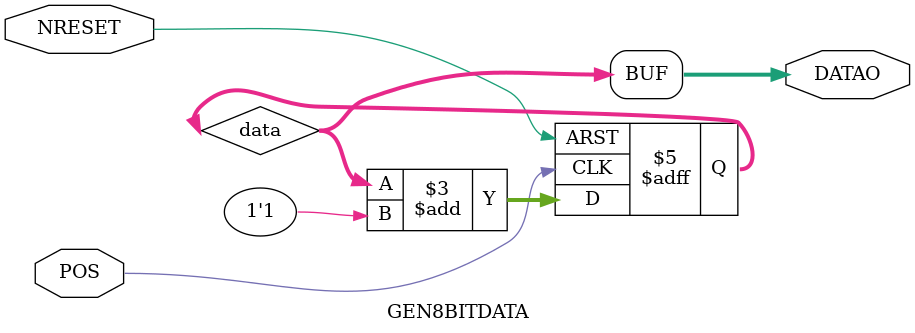
<source format=v>

module GEN8BITDATA (
    input  wire       NRESET ,
    input  wire       POS    ,
    output wire [7:0] DATAO
);

    reg [7:0] data = 0;
    assign DATAO = data;
    always @(posedge POS, negedge NRESET) begin
        if (!NRESET) begin
            data = 0;
        end else begin
            data = data + 1'b1;
        end
    end

endmodule
</source>
